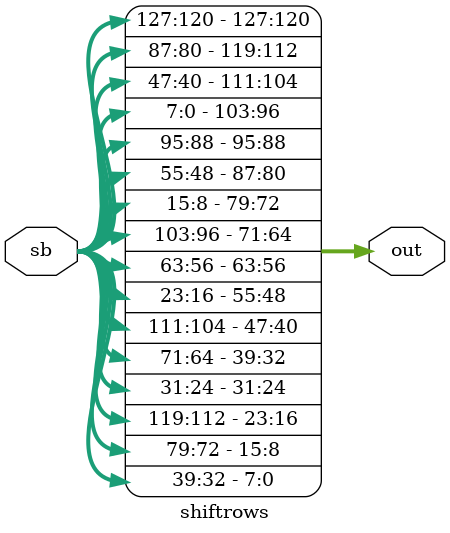
<source format=v>
`timescale 1ns / 1ps


module shiftrows(
    input  wire [127:0] sb,
    output wire  [127:0] out
);
    // Row 0: no shift
    assign out[127:120] = sb[127:120];
    assign out[95:88]   = sb[95:88];
    assign out[63:56]   = sb[63:56];
    assign out[31:24]   = sb[31:24];

    // Row 1: shift left by 1 byte
    assign out[119:112] = sb[87:80];
    assign out[87:80]   = sb[55:48];
    assign out[55:48]   = sb[23:16];
    assign out[23:16]   = sb[119:112];

    // Row 2: shift left by 2 bytes
    assign out[111:104] = sb[47:40];
    assign out[79:72]   = sb[15:8];
    assign out[47:40]   = sb[111:104];
    assign out[15:8]    = sb[79:72];

    // Row 3: shift left by 3 bytes
    assign out[103:96]  = sb[7:0];
    assign out[71:64]   = sb[103:96];
    assign out[39:32]   = sb[71:64];
    assign out[7:0]     = sb[39:32];
endmodule
</source>
